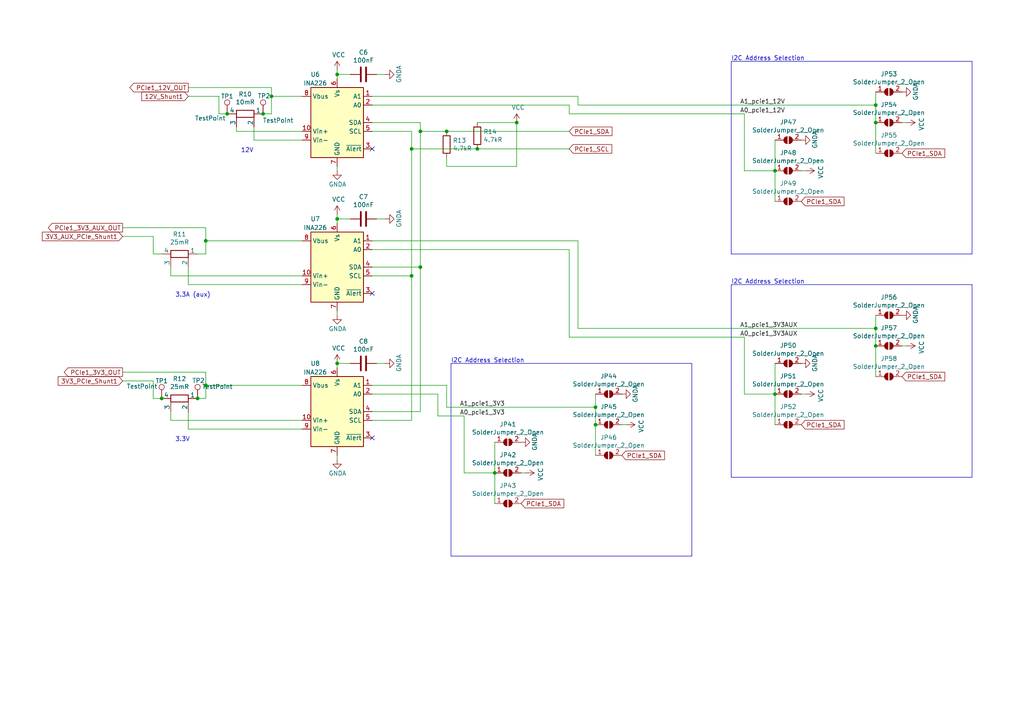
<source format=kicad_sch>
(kicad_sch (version 20230121) (generator eeschema)
  (paper "A4")
  (title_block (title "Measure Circuit PCIe1"))
  (lib_symbols
    (symbol "Connector:TestPoint" (pin_numbers hide) (pin_names (offset 0.762) hide)
      (property "Reference" "TP" (at 0 6.858 0))
      (property "Value" "TestPoint" (at 0 5.08 0))
      (symbol "TestPoint_0_1"
        (circle (center 0 3.302) (radius 0.762))
      )
      (symbol "TestPoint_1_1"
        (pin passive line (at 0 0 90) (length 2.54) (name "1") (number "1"))
      )
    )
    (symbol "Device:C" (pin_numbers hide) (pin_names (offset 0.254))
      (property "Reference" "C" (at 0.635 2.54 0))
      (property "Value" "C" (at 0.635 -2.54 0))
      (symbol "C_0_1"
        (polyline (pts (xy -2.032 -0.762) (xy 2.032 -0.762)) (stroke (width 0.508)))
        (polyline (pts (xy -2.032 0.762) (xy 2.032 0.762)) (stroke (width 0.508)))
      )
      (symbol "C_1_1"
        (pin passive line (at 0 3.81 270) (length 2.794) (name "~") (number "1"))
        (pin passive line (at 0 -3.81 90) (length 2.794) (name "~") (number "2"))
      )
    )
    (symbol "Device:R" (pin_numbers hide) (pin_names (offset 0))
      (property "Reference" "R" (at 2.032 0 90))
      (property "Value" "R" (at 0 0 90))
      (symbol "R_0_1"
        (rectangle (start -1.016 -2.54) (end 1.016 2.54) (stroke (width 0.254)))
      )
      (symbol "R_1_1"
        (pin passive line (at 0 3.81 270) (length 1.27) (name "~") (number "1"))
        (pin passive line (at 0 -3.81 90) (length 1.27) (name "~") (number "2"))
      )
    )
    (symbol "Device:R_Shunt" (pin_numbers hide) (pin_names (offset 0))
      (property "Reference" "R" (at -4.445 0 90))
      (property "Value" "R_Shunt" (at -2.54 0 90))
      (symbol "R_Shunt_0_1"
        (rectangle (start -1.016 -2.54) (end 1.016 2.54) (stroke (width 0.254)))
        (polyline (pts (xy 0 -2.54) (xy 1.27 -2.54)))
        (polyline (pts (xy 1.27 2.54) (xy 0 2.54)))
      )
      (symbol "R_Shunt_1_1"
        (pin passive line (at 0 5.08 270) (length 2.54) (name "1") (number "1"))
        (pin passive line (at 3.81 2.54 180) (length 2.54) (name "2") (number "2"))
        (pin passive line (at 3.81 -2.54 180) (length 2.54) (name "3") (number "3"))
        (pin passive line (at 0 -5.08 90) (length 2.54) (name "4") (number "4"))
      )
    )
    (symbol "Jumper:SolderJumper_2_Open" (pin_names (offset 0) hide)
      (property "Reference" "JP" (at 0 2.032 0))
      (property "Value" "SolderJumper_2_Open" (at 0 -2.54 0))
      (symbol "SolderJumper_2_Open_0_1"
        (arc (start -0.254 1.016) (mid -1.2656 0) (end -0.254 -1.016))
        (arc (start -0.254 1.016) (mid -1.2656 0) (end -0.254 -1.016) (fill (type outline)))
        (polyline (pts (xy -0.254 1.016) (xy -0.254 -1.016)))
        (polyline (pts (xy 0.254 1.016) (xy 0.254 -1.016)))
        (arc (start 0.254 -1.016) (mid 1.2656 0) (end 0.254 1.016))
        (arc (start 0.254 -1.016) (mid 1.2656 0) (end 0.254 1.016) (fill (type outline)))
      )
      (symbol "SolderJumper_2_Open_1_1"
        (pin passive line (at -3.81 0 0) (length 2.54) (name "A") (number "1"))
        (pin passive line (at 3.81 0 180) (length 2.54) (name "B") (number "2"))
      )
    )
    (symbol "m_pex_sensor-rescue:INA226-Analog_ADC"
      (property "Reference" "U" (at 3.81 11.43 0))
      (property "Value" "m_pex_sensor-rescue_INA226-Analog_ADC" (at 5.08 -11.43 0))
      (symbol "INA226-Analog_ADC_0_1"
        (rectangle (start 7.62 10.16) (end -7.62 -10.16) (stroke (width 0.254)) (fill (type background)))
      )
      (symbol "INA226-Analog_ADC_1_1"
        (pin passive line (at 10.16 7.62 180) (length 2.54) (name "A1") (number "1"))
        (pin input line (at -10.16 -2.54 0) (length 2.54) (name "Vin+") (number "10"))
        (pin passive line (at 10.16 5.08 180) (length 2.54) (name "A0") (number "2"))
        (pin open_collector line (at 10.16 -7.62 180) (length 2.54) (name "~{Alert}") (number "3"))
        (pin bidirectional line (at 10.16 0 180) (length 2.54) (name "SDA") (number "4"))
        (pin input line (at 10.16 -2.54 180) (length 2.54) (name "SCL") (number "5"))
        (pin power_in line (at 0 12.7 270) (length 2.54) (name "Vs") (number "6"))
        (pin power_in line (at 0 -12.7 90) (length 2.54) (name "GND") (number "7"))
        (pin input line (at -10.16 7.62 0) (length 2.54) (name "Vbus") (number "8"))
        (pin input line (at -10.16 -5.08 0) (length 2.54) (name "Vin-") (number "9"))
      )
    )
    (symbol "power:GNDA" (power) (pin_names (offset 0))
      (property "Value" "GNDA" (at 0 -3.81 0))
      (symbol "GNDA_0_1"
        (polyline (pts (xy 0 0) (xy 0 -1.27) (xy 1.27 -1.27) (xy 0 -2.54) (xy -1.27 -1.27) (xy 0 -1.27)))
      )
      (symbol "GNDA_1_1"
        (pin power_in line (at 0 0 270) (length 0) hide (name "GNDA") (number "1"))
      )
    )
    (symbol "power:VCC" (power) (pin_names (offset 0))
      (property "Value" "VCC" (at 0 3.81 0))
      (symbol "VCC_0_1"
        (polyline (pts (xy -0.762 1.27) (xy 0 2.54)))
        (polyline (pts (xy 0 0) (xy 0 2.54)))
        (polyline (pts (xy 0 2.54) (xy 0.762 1.27)))
      )
      (symbol "VCC_1_1"
        (pin power_in line (at 0 0 90) (length 0) hide (name "VCC") (number "1"))
      )
    )
  )
  (junction (at 59.69 111.76))
  (junction (at 97.79 63.5))
  (junction (at 65.8876 33.02))
  (junction (at 138.43 43.18))
  (junction (at 119.38 80.01))
  (junction (at 172.72 123.19))
  (junction (at 143.51 137.16))
  (junction (at 57.3024 115.57))
  (junction (at 78.74 27.94))
  (junction (at 97.79 105.41))
  (junction (at 59.69 69.85))
  (junction (at 46.8884 115.57))
  (junction (at 76.3016 33.02))
  (junction (at 119.38 43.18))
  (junction (at 172.72 118.11))
  (junction (at 97.79 21.59))
  (junction (at 149.86 35.56))
  (junction (at 254 30.48))
  (junction (at 129.54 38.1))
  (junction (at 254 35.56))
  (junction (at 224.79 114.3))
  (junction (at 254 100.33))
  (junction (at 121.92 77.47))
  (junction (at 254 95.25))
  (junction (at 224.79 49.53))
  (junction (at 121.92 38.1))
  (no_connect (at 107.95 43.18))
  (no_connect (at 107.95 127))
  (no_connect (at 107.95 85.09))
  (wire (pts (xy 78.74 33.02) (xy 78.74 27.94)))
  (wire (pts (xy 149.86 48.26) (xy 149.86 35.56)))
  (wire (pts (xy 97.79 62.23) (xy 97.79 63.5)))
  (wire (pts (xy 109.22 21.59) (xy 111.76 21.59)))
  (wire (pts (xy 254 95.25) (xy 254 100.33)))
  (wire (pts (xy 107.95 111.76) (xy 129.54 111.76)))
  (wire (pts (xy 165.1 97.79) (xy 215.9 97.79)))
  (wire (pts (xy 121.92 38.1) (xy 129.54 38.1)))
  (wire (pts (xy 66.04 33.02) (xy 65.8876 33.02)))
  (polyline (pts (xy 130.81 161.29) (xy 130.81 105.41)))
  (wire (pts (xy 119.38 43.18) (xy 119.38 80.01)))
  (polyline (pts (xy 281.94 82.55) (xy 281.94 138.43)))
  (wire (pts (xy 129.54 38.1) (xy 165.1 38.1)))
  (wire (pts (xy 119.38 121.92) (xy 107.95 121.92)))
  (wire (pts (xy 107.95 80.01) (xy 119.38 80.01)))
  (wire (pts (xy 76.3016 33.02) (xy 78.74 33.02)))
  (wire (pts (xy 46.8884 115.57) (xy 44.45 115.57)))
  (wire (pts (xy 233.68 49.53) (xy 232.41 49.53)))
  (wire (pts (xy 63.5 27.94) (xy 54.61 27.94)))
  (wire (pts (xy 127 120.65) (xy 134.62 120.65)))
  (wire (pts (xy 172.72 118.11) (xy 172.72 123.19)))
  (wire (pts (xy 97.79 132.08) (xy 97.79 133.35)))
  (wire (pts (xy 73.66 36.83) (xy 73.66 40.64)))
  (wire (pts (xy 109.22 63.5) (xy 111.76 63.5)))
  (wire (pts (xy 59.69 73.66) (xy 59.69 69.85)))
  (wire (pts (xy 107.95 27.94) (xy 167.64 27.94)))
  (wire (pts (xy 44.45 110.49) (xy 35.56 110.49)))
  (wire (pts (xy 121.92 38.1) (xy 121.92 77.47)))
  (wire (pts (xy 59.69 66.04) (xy 35.56 66.04)))
  (wire (pts (xy 167.64 95.25) (xy 254 95.25)))
  (wire (pts (xy 215.9 97.79) (xy 215.9 114.3)))
  (wire (pts (xy 59.69 69.85) (xy 59.69 66.04)))
  (wire (pts (xy 119.38 80.01) (xy 119.38 121.92)))
  (wire (pts (xy 97.79 105.41) (xy 101.6 105.41)))
  (wire (pts (xy 57.3024 115.57) (xy 59.69 115.57)))
  (wire (pts (xy 97.79 20.32) (xy 97.79 21.59)))
  (wire (pts (xy 44.45 68.58) (xy 35.56 68.58)))
  (wire (pts (xy 59.69 111.76) (xy 87.63 111.76)))
  (wire (pts (xy 57.15 73.66) (xy 59.69 73.66)))
  (wire (pts (xy 87.63 80.01) (xy 49.53 80.01)))
  (wire (pts (xy 121.92 35.56) (xy 107.95 35.56)))
  (wire (pts (xy 165.1 72.39) (xy 165.1 97.79)))
  (wire (pts (xy 107.95 72.39) (xy 165.1 72.39)))
  (wire (pts (xy 107.95 38.1) (xy 119.38 38.1)))
  (wire (pts (xy 59.69 115.57) (xy 59.69 111.76)))
  (wire (pts (xy 44.45 73.66) (xy 44.45 68.58)))
  (wire (pts (xy 87.63 82.55) (xy 54.61 82.55)))
  (wire (pts (xy 107.95 69.85) (xy 167.64 69.85)))
  (wire (pts (xy 121.92 35.56) (xy 121.92 38.1)))
  (wire (pts (xy 129.54 48.26) (xy 149.86 48.26)))
  (polyline (pts (xy 200.66 161.29) (xy 130.81 161.29)))
  (wire (pts (xy 129.54 48.26) (xy 129.54 45.72)))
  (wire (pts (xy 165.1 30.48) (xy 165.1 33.02)))
  (polyline (pts (xy 212.09 82.55) (xy 281.94 82.55)))
  (wire (pts (xy 224.79 105.41) (xy 224.79 114.3)))
  (polyline (pts (xy 200.66 105.41) (xy 200.66 161.29)))
  (wire (pts (xy 57.15 115.57) (xy 57.3024 115.57)))
  (wire (pts (xy 262.89 35.56) (xy 261.62 35.56)))
  (wire (pts (xy 97.79 48.26) (xy 97.79 49.53)))
  (wire (pts (xy 109.22 105.41) (xy 111.76 105.41)))
  (wire (pts (xy 233.68 114.3) (xy 232.41 114.3)))
  (wire (pts (xy 165.1 33.02) (xy 215.9 33.02)))
  (wire (pts (xy 254 30.48) (xy 254 35.56)))
  (wire (pts (xy 59.69 111.76) (xy 59.69 107.95)))
  (wire (pts (xy 134.62 120.65) (xy 134.62 137.16)))
  (wire (pts (xy 54.61 124.46) (xy 87.63 124.46)))
  (wire (pts (xy 167.64 30.48) (xy 254 30.48)))
  (wire (pts (xy 152.4 137.16) (xy 151.13 137.16)))
  (wire (pts (xy 97.79 21.59) (xy 97.79 22.86)))
  (wire (pts (xy 254 35.56) (xy 254 44.45)))
  (wire (pts (xy 121.92 119.38) (xy 107.95 119.38)))
  (wire (pts (xy 87.63 121.92) (xy 49.53 121.92)))
  (wire (pts (xy 59.69 69.85) (xy 87.63 69.85)))
  (wire (pts (xy 215.9 33.02) (xy 215.9 49.53)))
  (wire (pts (xy 121.92 77.47) (xy 121.92 119.38)))
  (wire (pts (xy 68.58 38.1) (xy 87.63 38.1)))
  (wire (pts (xy 107.95 30.48) (xy 165.1 30.48)))
  (wire (pts (xy 44.45 73.66) (xy 46.99 73.66)))
  (wire (pts (xy 224.79 40.64) (xy 224.79 49.53)))
  (wire (pts (xy 167.64 27.94) (xy 167.64 30.48)))
  (wire (pts (xy 143.51 137.16) (xy 143.51 146.05)))
  (polyline (pts (xy 212.09 17.78) (xy 281.94 17.78)))
  (wire (pts (xy 107.95 77.47) (xy 121.92 77.47)))
  (wire (pts (xy 101.6 21.59) (xy 97.79 21.59)))
  (polyline (pts (xy 130.81 105.41) (xy 200.66 105.41)))
  (wire (pts (xy 54.61 82.55) (xy 54.61 77.47)))
  (wire (pts (xy 59.69 107.95) (xy 35.56 107.95)))
  (wire (pts (xy 262.89 100.33) (xy 261.62 100.33)))
  (wire (pts (xy 224.79 114.3) (xy 224.79 123.19)))
  (wire (pts (xy 119.38 38.1) (xy 119.38 43.18)))
  (wire (pts (xy 68.58 38.1) (xy 68.58 36.83)))
  (wire (pts (xy 97.79 105.41) (xy 97.79 106.68)))
  (wire (pts (xy 254 100.33) (xy 254 109.22)))
  (wire (pts (xy 134.62 137.16) (xy 143.51 137.16)))
  (wire (pts (xy 167.64 69.85) (xy 167.64 95.25)))
  (wire (pts (xy 46.99 115.57) (xy 46.8884 115.57)))
  (wire (pts (xy 97.79 90.17) (xy 97.79 91.44)))
  (wire (pts (xy 127 114.3) (xy 127 120.65)))
  (wire (pts (xy 97.79 63.5) (xy 97.79 64.77)))
  (wire (pts (xy 215.9 114.3) (xy 224.79 114.3)))
  (wire (pts (xy 49.53 80.01) (xy 49.53 77.47)))
  (wire (pts (xy 63.5 33.02) (xy 63.5 27.94)))
  (wire (pts (xy 181.61 123.19) (xy 180.34 123.19)))
  (wire (pts (xy 107.95 114.3) (xy 127 114.3)))
  (wire (pts (xy 65.8876 33.02) (xy 63.5 33.02)))
  (wire (pts (xy 101.6 63.5) (xy 97.79 63.5)))
  (wire (pts (xy 78.74 25.4) (xy 54.61 25.4)))
  (polyline (pts (xy 212.09 138.43) (xy 212.09 82.55)))
  (wire (pts (xy 138.43 43.18) (xy 165.1 43.18)))
  (polyline (pts (xy 281.94 138.43) (xy 212.09 138.43)))
  (wire (pts (xy 172.72 114.3) (xy 172.72 118.11)))
  (polyline (pts (xy 212.09 73.66) (xy 212.09 17.78)))
  (wire (pts (xy 49.53 121.92) (xy 49.53 119.38)))
  (wire (pts (xy 76.2 33.02) (xy 76.3016 33.02)))
  (polyline (pts (xy 281.94 73.66) (xy 212.09 73.66)))
  (wire (pts (xy 138.43 43.18) (xy 119.38 43.18)))
  (polyline (pts (xy 281.94 17.78) (xy 281.94 73.66)))
  (wire (pts (xy 129.54 118.11) (xy 172.72 118.11)))
  (wire (pts (xy 78.74 27.94) (xy 87.63 27.94)))
  (wire (pts (xy 172.72 123.19) (xy 172.72 132.08)))
  (wire (pts (xy 73.66 40.64) (xy 87.63 40.64)))
  (wire (pts (xy 78.74 27.94) (xy 78.74 25.4)))
  (wire (pts (xy 215.9 49.53) (xy 224.79 49.53)))
  (wire (pts (xy 54.61 119.38) (xy 54.61 124.46)))
  (wire (pts (xy 138.43 35.56) (xy 149.86 35.56)))
  (wire (pts (xy 44.45 115.57) (xy 44.45 110.49)))
  (wire (pts (xy 224.79 49.53) (xy 224.79 58.42)))
  (wire (pts (xy 143.51 128.27) (xy 143.51 137.16)))
  (wire (pts (xy 254 91.44) (xy 254 95.25)))
  (wire (pts (xy 254 26.67) (xy 254 30.48)))
  (wire (pts (xy 129.54 111.76) (xy 129.54 118.11)))
  (text "3.3A (aux)" (at 50.8 86.36 0) (effects (font (size 1.27 1.27)) (justify left bottom)))
  (text "3.3V" (at 50.8 128.27 0) (effects (font (size 1.27 1.27)) (justify left bottom)))
  (text "12V" (at 69.85 44.45 0) (effects (font (size 1.27 1.27)) (justify left bottom)))
  (text "I2C Address Selection\n" (at 212.09 17.78 0) (effects (font (size 1.27 1.27)) (justify left bottom)))
  (text "I2C Address Selection\n" (at 130.81 105.41 0) (effects (font (size 1.27 1.27)) (justify left bottom)))
  (text "I2C Address Selection\n" (at 212.09 82.55 0) (effects (font (size 1.27 1.27)) (justify left bottom)))
  (label "A0_pcie1_12V" (at 214.63 33.02 0))
  (label "A1_pcie1_12V" (at 214.63 30.48 0))
  (label "A1_pcie1_3V3AUX" (at 214.63 95.25 0))
  (label "A1_pcie1_3V3" (at 133.35 118.11 0))
  (label "A0_pcie1_3V3AUX" (at 214.63 97.79 0))
  (label "A0_pcie1_3V3" (at 133.35 120.65 0))
  (global_label "PCIe1_3V3_OUT" (shape output) (at 35.56 107.95 180) (property "Intersheetrefs" "${INTERSHEET_REFS}" (effects hide)))
  (global_label "12V_Shunt1" (shape input) (at 54.61 27.94 180) (property "Intersheetrefs" "${INTERSHEET_REFS}" (effects hide)))
  (global_label "PCIe1_3V3_AUX_OUT" (shape output) (at 35.56 66.04 180) (property "Intersheetrefs" "${INTERSHEET_REFS}" (effects hide)))
  (global_label "PCIe1_SDA" (shape input) (at 261.62 44.45 0) (property "Intersheetrefs" "${INTERSHEET_REFS}" (effects hide)))
  (global_label "PCIe1_SDA" (shape input) (at 232.41 58.42 0) (property "Intersheetrefs" "${INTERSHEET_REFS}" (effects hide)))
  (global_label "PCIe1_SDA" (shape input) (at 232.41 123.19 0) (property "Intersheetrefs" "${INTERSHEET_REFS}" (effects hide)))
  (global_label "PCIe1_SDA" (shape input) (at 261.62 109.22 0) (property "Intersheetrefs" "${INTERSHEET_REFS}" (effects hide)))
  (global_label "3V3_AUX_PCIe_Shunt1" (shape input) (at 35.56 68.58 180) (property "Intersheetrefs" "${INTERSHEET_REFS}" (effects hide)))
  (global_label "PCIe1_12V_OUT" (shape output) (at 54.61 25.4 180) (property "Intersheetrefs" "${INTERSHEET_REFS}" (effects hide)))
  (global_label "PCIe1_SDA" (shape input) (at 180.34 132.08 0) (property "Intersheetrefs" "${INTERSHEET_REFS}" (effects hide)))
  (global_label "3V3_PCIe_Shunt1" (shape input) (at 35.56 110.49 180) (property "Intersheetrefs" "${INTERSHEET_REFS}" (effects hide)))
  (global_label "PCIe1_SCL" (shape input) (at 165.1 43.18 0) (property "Intersheetrefs" "${INTERSHEET_REFS}" (effects hide)))
  (global_label "PCIe1_SDA" (shape input) (at 151.13 146.05 0) (property "Intersheetrefs" "${INTERSHEET_REFS}" (effects hide)))
  (global_label "PCIe1_SDA" (shape input) (at 165.1 38.1 0) (property "Intersheetrefs" "${INTERSHEET_REFS}" (effects hide)))
  (symbol (lib_id "Device:R_Shunt") (at 71.12 33.02 270) (unit 1)
    (property "Reference" "R10" (at 71.12 27.305 90))
    (property "Value" "10mR" (at 71.12 29.6164 90))
    (property "Footprint" "Resistor_SMD:R_Shunt_Vishay_WSK2512_6332Metric_T2.66mm" (effects hide))
  )
  (symbol (lib_id "Device:R_Shunt") (at 52.07 73.66 270) (unit 1)
    (property "Reference" "R11" (at 52.07 67.945 90))
    (property "Value" "25mR" (at 52.07 70.2564 90))
    (property "Footprint" "Resistor_SMD:R_Shunt_Vishay_WSK2512_6332Metric_T2.66mm" (effects hide))
  )
  (symbol (lib_id "Device:R_Shunt") (at 52.07 115.57 270) (unit 1)
    (property "Reference" "R12" (at 52.07 109.855 90))
    (property "Value" "25mR" (at 52.07 112.1664 90))
    (property "Footprint" "Resistor_SMD:R_Shunt_Vishay_WSK2512_6332Metric_T2.66mm" (effects hide))
  )
  (symbol (lib_id "m_pex_sensor-rescue:INA226-Analog_ADC") (at 97.79 35.56 0) (unit 1)
    (property "Reference" "U6" (at 91.44 21.59 0))
    (property "Value" "INA226" (at 91.44 24.13 0))
    (property "Footprint" "Package_SO:MSOP-10_3x3mm_P0.5mm" (effects hide))
    (property "Datasheet" "http://www.ti.com/lit/ds/symlink/ina226.pdf" (effects hide))
  )
  (symbol (lib_id "m_pex_sensor-rescue:INA226-Analog_ADC") (at 97.79 77.47 0) (unit 1)
    (property "Reference" "U7" (at 91.44 63.5 0))
    (property "Value" "INA226" (at 91.44 66.04 0))
    (property "Footprint" "Package_SO:MSOP-10_3x3mm_P0.5mm" (effects hide))
    (property "Datasheet" "http://www.ti.com/lit/ds/symlink/ina226.pdf" (effects hide))
  )
  (symbol (lib_id "m_pex_sensor-rescue:INA226-Analog_ADC") (at 97.79 119.38 0) (unit 1)
    (property "Reference" "U8" (at 91.44 105.41 0))
    (property "Value" "INA226" (at 91.44 107.95 0))
    (property "Footprint" "Package_SO:MSOP-10_3x3mm_P0.5mm" (effects hide))
    (property "Datasheet" "http://www.ti.com/lit/ds/symlink/ina226.pdf" (effects hide))
  )
  (symbol (lib_id "power:VCC") (at 97.79 20.32 0) (unit 1)
    (property "Reference" "#PWR0131" (effects hide))
    (property "Value" "VCC" (at 98.2218 15.9258 0))
  )
  (symbol (lib_id "Device:C") (at 105.41 21.59 270) (unit 1)
    (property "Reference" "C6" (at 105.41 15.1892 90))
    (property "Value" "100nF" (at 105.41 17.5006 90))
    (property "Footprint" "Resistor_SMD:R_0402_1005Metric" (effects hide))
  )
  (symbol (lib_id "Device:C") (at 105.41 63.5 270) (unit 1)
    (property "Reference" "C7" (at 105.41 57.0992 90))
    (property "Value" "100nF" (at 105.41 59.4106 90))
    (property "Footprint" "Resistor_SMD:R_0402_1005Metric" (effects hide))
  )
  (symbol (lib_id "Device:C") (at 105.41 105.41 270) (unit 1)
    (property "Reference" "C8" (at 105.41 99.0092 90))
    (property "Value" "100nF" (at 105.41 101.3206 90))
    (property "Footprint" "Resistor_SMD:R_0402_1005Metric" (effects hide))
  )
  (symbol (lib_id "power:VCC") (at 149.86 35.56 0) (unit 1)
    (property "Reference" "#PWR0132" (effects hide))
    (property "Value" "VCC" (at 150.2918 31.1658 0))
  )
  (symbol (lib_id "power:GNDA") (at 97.79 49.53 0) (unit 1)
    (property "Reference" "#PWR0133" (effects hide))
    (property "Value" "GNDA" (at 97.8916 53.467 0))
  )
  (symbol (lib_id "power:GNDA") (at 97.79 91.44 0) (unit 1)
    (property "Reference" "#PWR0134" (effects hide))
    (property "Value" "GNDA" (at 97.8916 95.377 0))
  )
  (symbol (lib_id "power:GNDA") (at 111.76 21.59 90) (unit 1)
    (property "Reference" "#PWR0135" (effects hide))
    (property "Value" "GNDA" (at 115.697 21.4884 0))
  )
  (symbol (lib_id "power:GNDA") (at 111.76 63.5 90) (unit 1)
    (property "Reference" "#PWR0137" (effects hide))
    (property "Value" "GNDA" (at 115.697 63.3984 0))
  )
  (symbol (lib_id "power:GNDA") (at 111.76 105.41 90) (unit 1)
    (property "Reference" "#PWR0139" (effects hide))
    (property "Value" "GNDA" (at 115.697 105.3084 0))
  )
  (symbol (lib_id "power:GNDA") (at 97.79 133.35 0) (unit 1)
    (property "Reference" "#PWR0140" (effects hide))
    (property "Value" "GNDA" (at 97.8916 137.287 0))
  )
  (symbol (lib_id "Device:R") (at 129.54 41.91 0) (unit 1)
    (property "Reference" "R13" (at 131.318 40.7416 0) (effects (justify left)))
    (property "Value" "4.7kR" (at 131.318 43.053 0) (effects (justify left)))
    (property "Footprint" "Resistor_SMD:R_0402_1005Metric" (effects hide))
  )
  (symbol (lib_id "Device:R") (at 138.43 39.37 0) (unit 1)
    (property "Reference" "R14" (at 140.208 38.2016 0) (effects (justify left)))
    (property "Value" "4.7kR" (at 140.208 40.513 0) (effects (justify left)))
    (property "Footprint" "Resistor_SMD:R_0402_1005Metric" (effects hide))
  )
  (symbol (lib_id "Jumper:SolderJumper_2_Open") (at 257.81 26.67 0) (unit 1)
    (property "Reference" "JP53" (at 257.81 21.463 0))
    (property "Value" "SolderJumper_2_Open" (at 257.81 23.7744 0))
    (property "Footprint" "Jumper:SolderJumper-2_P1.3mm_Open_RoundedPad1.0x1.5mm" (effects hide))
  )
  (symbol (lib_id "Jumper:SolderJumper_2_Open") (at 257.81 35.56 0) (unit 1)
    (property "Reference" "JP54" (at 257.81 30.353 0))
    (property "Value" "SolderJumper_2_Open" (at 257.81 32.6644 0))
    (property "Footprint" "Jumper:SolderJumper-2_P1.3mm_Open_RoundedPad1.0x1.5mm" (effects hide))
  )
  (symbol (lib_id "Jumper:SolderJumper_2_Open") (at 257.81 44.45 0) (unit 1)
    (property "Reference" "JP55" (at 257.81 39.243 0))
    (property "Value" "SolderJumper_2_Open" (at 257.81 41.5544 0))
    (property "Footprint" "Jumper:SolderJumper-2_P1.3mm_Open_RoundedPad1.0x1.5mm" (effects hide))
  )
  (symbol (lib_id "power:GNDA") (at 261.62 26.67 90) (unit 1)
    (property "Reference" "#PWR0127" (effects hide))
    (property "Value" "GNDA" (at 265.557 26.5684 0))
  )
  (symbol (lib_id "power:VCC") (at 262.89 35.56 270) (unit 1)
    (property "Reference" "#PWR0128" (effects hide))
    (property "Value" "VCC" (at 267.2842 35.9918 0))
  )
  (symbol (lib_id "Jumper:SolderJumper_2_Open") (at 228.6 40.64 0) (unit 1)
    (property "Reference" "JP47" (at 228.6 35.433 0))
    (property "Value" "SolderJumper_2_Open" (at 228.6 37.7444 0))
    (property "Footprint" "Jumper:SolderJumper-2_P1.3mm_Open_RoundedPad1.0x1.5mm" (effects hide))
  )
  (symbol (lib_id "Jumper:SolderJumper_2_Open") (at 228.6 49.53 0) (unit 1)
    (property "Reference" "JP48" (at 228.6 44.323 0))
    (property "Value" "SolderJumper_2_Open" (at 228.6 46.6344 0))
    (property "Footprint" "Jumper:SolderJumper-2_P1.3mm_Open_RoundedPad1.0x1.5mm" (effects hide))
  )
  (symbol (lib_id "Jumper:SolderJumper_2_Open") (at 228.6 58.42 0) (unit 1)
    (property "Reference" "JP49" (at 228.6 53.213 0))
    (property "Value" "SolderJumper_2_Open" (at 228.6 55.5244 0))
    (property "Footprint" "Jumper:SolderJumper-2_P1.3mm_Open_RoundedPad1.0x1.5mm" (effects hide))
  )
  (symbol (lib_id "power:GNDA") (at 232.41 40.64 90) (unit 1)
    (property "Reference" "#PWR0130" (effects hide))
    (property "Value" "GNDA" (at 236.347 40.5384 0))
  )
  (symbol (lib_id "power:VCC") (at 233.68 49.53 270) (unit 1)
    (property "Reference" "#PWR0142" (effects hide))
    (property "Value" "VCC" (at 238.0742 49.9618 0))
  )
  (symbol (lib_id "Jumper:SolderJumper_2_Open") (at 257.81 91.44 0) (unit 1)
    (property "Reference" "JP56" (at 257.81 86.233 0))
    (property "Value" "SolderJumper_2_Open" (at 257.81 88.5444 0))
    (property "Footprint" "Jumper:SolderJumper-2_P1.3mm_Open_RoundedPad1.0x1.5mm" (effects hide))
  )
  (symbol (lib_id "Jumper:SolderJumper_2_Open") (at 257.81 100.33 0) (unit 1)
    (property "Reference" "JP57" (at 257.81 95.123 0))
    (property "Value" "SolderJumper_2_Open" (at 257.81 97.4344 0))
    (property "Footprint" "Jumper:SolderJumper-2_P1.3mm_Open_RoundedPad1.0x1.5mm" (effects hide))
  )
  (symbol (lib_id "Jumper:SolderJumper_2_Open") (at 257.81 109.22 0) (unit 1)
    (property "Reference" "JP58" (at 257.81 104.013 0))
    (property "Value" "SolderJumper_2_Open" (at 257.81 106.3244 0))
    (property "Footprint" "Jumper:SolderJumper-2_P1.3mm_Open_RoundedPad1.0x1.5mm" (effects hide))
  )
  (symbol (lib_id "power:GNDA") (at 261.62 91.44 90) (unit 1)
    (property "Reference" "#PWR0165" (effects hide))
    (property "Value" "GNDA" (at 265.557 91.3384 0))
  )
  (symbol (lib_id "power:VCC") (at 262.89 100.33 270) (unit 1)
    (property "Reference" "#PWR0166" (effects hide))
    (property "Value" "VCC" (at 267.2842 100.7618 0))
  )
  (symbol (lib_id "Jumper:SolderJumper_2_Open") (at 228.6 105.41 0) (unit 1)
    (property "Reference" "JP50" (at 228.6 100.203 0))
    (property "Value" "SolderJumper_2_Open" (at 228.6 102.5144 0))
    (property "Footprint" "Jumper:SolderJumper-2_P1.3mm_Open_RoundedPad1.0x1.5mm" (effects hide))
  )
  (symbol (lib_id "Jumper:SolderJumper_2_Open") (at 228.6 114.3 0) (unit 1)
    (property "Reference" "JP51" (at 228.6 109.093 0))
    (property "Value" "SolderJumper_2_Open" (at 228.6 111.4044 0))
    (property "Footprint" "Jumper:SolderJumper-2_P1.3mm_Open_RoundedPad1.0x1.5mm" (effects hide))
  )
  (symbol (lib_id "Jumper:SolderJumper_2_Open") (at 228.6 123.19 0) (unit 1)
    (property "Reference" "JP52" (at 228.6 117.983 0))
    (property "Value" "SolderJumper_2_Open" (at 228.6 120.2944 0))
    (property "Footprint" "Jumper:SolderJumper-2_P1.3mm_Open_RoundedPad1.0x1.5mm" (effects hide))
  )
  (symbol (lib_id "power:GNDA") (at 232.41 105.41 90) (unit 1)
    (property "Reference" "#PWR0167" (effects hide))
    (property "Value" "GNDA" (at 236.347 105.3084 0))
  )
  (symbol (lib_id "power:VCC") (at 233.68 114.3 270) (unit 1)
    (property "Reference" "#PWR0168" (effects hide))
    (property "Value" "VCC" (at 238.0742 114.7318 0))
  )
  (symbol (lib_id "Jumper:SolderJumper_2_Open") (at 176.53 114.3 0) (unit 1)
    (property "Reference" "JP44" (at 176.53 109.093 0))
    (property "Value" "SolderJumper_2_Open" (at 176.53 111.4044 0))
    (property "Footprint" "Jumper:SolderJumper-2_P1.3mm_Open_RoundedPad1.0x1.5mm" (effects hide))
  )
  (symbol (lib_id "Jumper:SolderJumper_2_Open") (at 176.53 123.19 0) (unit 1)
    (property "Reference" "JP45" (at 176.53 117.983 0))
    (property "Value" "SolderJumper_2_Open" (at 176.53 120.2944 0))
    (property "Footprint" "Jumper:SolderJumper-2_P1.3mm_Open_RoundedPad1.0x1.5mm" (effects hide))
  )
  (symbol (lib_id "Jumper:SolderJumper_2_Open") (at 176.53 132.08 0) (unit 1)
    (property "Reference" "JP46" (at 176.53 126.873 0))
    (property "Value" "SolderJumper_2_Open" (at 176.53 129.1844 0))
    (property "Footprint" "Jumper:SolderJumper-2_P1.3mm_Open_RoundedPad1.0x1.5mm" (effects hide))
  )
  (symbol (lib_id "power:GNDA") (at 180.34 114.3 90) (unit 1)
    (property "Reference" "#PWR0169" (effects hide))
    (property "Value" "GNDA" (at 184.277 114.1984 0))
  )
  (symbol (lib_id "power:VCC") (at 181.61 123.19 270) (unit 1)
    (property "Reference" "#PWR0170" (effects hide))
    (property "Value" "VCC" (at 186.0042 123.6218 0))
  )
  (symbol (lib_id "Jumper:SolderJumper_2_Open") (at 147.32 128.27 0) (unit 1)
    (property "Reference" "JP41" (at 147.32 123.063 0))
    (property "Value" "SolderJumper_2_Open" (at 147.32 125.3744 0))
    (property "Footprint" "Jumper:SolderJumper-2_P1.3mm_Open_RoundedPad1.0x1.5mm" (effects hide))
  )
  (symbol (lib_id "Jumper:SolderJumper_2_Open") (at 147.32 137.16 0) (unit 1)
    (property "Reference" "JP42" (at 147.32 131.953 0))
    (property "Value" "SolderJumper_2_Open" (at 147.32 134.2644 0))
    (property "Footprint" "Jumper:SolderJumper-2_P1.3mm_Open_RoundedPad1.0x1.5mm" (effects hide))
  )
  (symbol (lib_id "Jumper:SolderJumper_2_Open") (at 147.32 146.05 0) (unit 1)
    (property "Reference" "JP43" (at 147.32 140.843 0))
    (property "Value" "SolderJumper_2_Open" (at 147.32 143.1544 0))
    (property "Footprint" "Jumper:SolderJumper-2_P1.3mm_Open_RoundedPad1.0x1.5mm" (effects hide))
  )
  (symbol (lib_id "power:GNDA") (at 151.13 128.27 90) (unit 1)
    (property "Reference" "#PWR0171" (effects hide))
    (property "Value" "GNDA" (at 155.067 128.1684 0))
  )
  (symbol (lib_id "power:VCC") (at 152.4 137.16 270) (unit 1)
    (property "Reference" "#PWR0172" (effects hide))
    (property "Value" "VCC" (at 156.7942 137.5918 0))
  )
  (symbol (lib_id "power:VCC") (at 97.79 62.23 0) (unit 1)
    (property "Reference" "#PWR0138" (effects hide))
    (property "Value" "VCC" (at 98.2218 57.8358 0))
  )
  (symbol (lib_id "Connector:TestPoint") (at 65.8876 33.02 0) (unit 1)
    (property "Reference" "TP1" (at 64.0588 27.94 0) (effects (justify left)))
    (property "Value" "TestPoint" (at 56.515 34.29 0) (effects (justify left)))
    (property "Footprint" "TestPoint:TestPoint_THTPad_D2.0mm_Drill1.0mm" (effects hide))
    (instances (project "NNA-PMS_NXP_PCB" (path "" (reference "TP1") (unit 1)) (path "" (reference "TP5") (unit 1)) (path "" (reference "TP11") (unit 1))))
  )
  (symbol (lib_id "power:VCC") (at 97.79 105.41 0) (unit 1)
    (property "Reference" "#PWR0136" (effects hide))
    (property "Value" "VCC" (at 98.2218 101.0158 0))
  )
  (symbol (lib_id "Connector:TestPoint") (at 46.8884 115.57 0) (unit 1)
    (property "Reference" "TP1" (at 45.0596 110.49 0) (effects (justify left)))
    (property "Value" "TestPoint" (at 36.7284 112.0648 0) (effects (justify left)))
    (property "Footprint" "TestPoint:TestPoint_THTPad_D2.0mm_Drill1.0mm" (effects hide))
    (instances (project "NNA-PMS_NXP_PCB" (path "" (reference "TP1") (unit 1)) (path "" (reference "TP5") (unit 1)) (path "" (reference "TP15") (unit 1))))
  )
  (symbol (lib_id "Connector:TestPoint") (at 76.3016 33.02 0) (unit 1)
    (property "Reference" "TP2" (at 74.7268 27.8384 0) (effects (justify left)))
    (property "Value" "TestPoint" (at 76.2 34.925 0) (effects (justify left)))
    (property "Footprint" "TestPoint:TestPoint_THTPad_D2.0mm_Drill1.0mm" (effects hide))
    (instances (project "NNA-PMS_NXP_PCB" (path "" (reference "TP2") (unit 1)) (path "" (reference "TP6") (unit 1)) (path "" (reference "TP12") (unit 1))))
  )
  (symbol (lib_id "Connector:TestPoint") (at 57.3024 115.57 0) (unit 1)
    (property "Reference" "TP2" (at 55.7276 110.3884 0) (effects (justify left)))
    (property "Value" "TestPoint" (at 58.5724 112.1664 0) (effects (justify left)))
    (property "Footprint" "TestPoint:TestPoint_THTPad_D2.0mm_Drill1.0mm" (effects hide))
    (instances (project "NNA-PMS_NXP_PCB" (path "" (reference "TP2") (unit 1)) (path "" (reference "TP6") (unit 1)) (path "" (reference "TP16") (unit 1))))
  )
)
</source>
